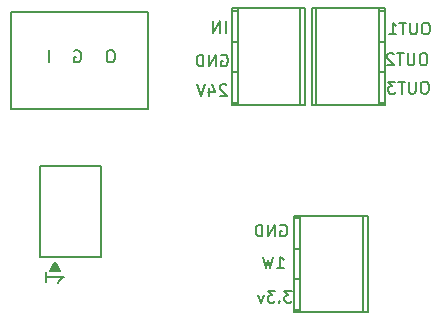
<source format=gbo>
G04 #@! TF.FileFunction,Legend,Bot*
%FSLAX46Y46*%
G04 Gerber Fmt 4.6, Leading zero omitted, Abs format (unit mm)*
G04 Created by KiCad (PCBNEW 4.0.7) date 12/08/17 11:15:19*
%MOMM*%
%LPD*%
G01*
G04 APERTURE LIST*
%ADD10C,0.100000*%
%ADD11C,0.150000*%
%ADD12C,0.198120*%
G04 APERTURE END LIST*
D10*
D11*
X29028571Y13147619D02*
X28409523Y13147619D01*
X28742857Y12766667D01*
X28599999Y12766667D01*
X28504761Y12719048D01*
X28457142Y12671429D01*
X28409523Y12576190D01*
X28409523Y12338095D01*
X28457142Y12242857D01*
X28504761Y12195238D01*
X28599999Y12147619D01*
X28885714Y12147619D01*
X28980952Y12195238D01*
X29028571Y12242857D01*
X27980952Y12242857D02*
X27933333Y12195238D01*
X27980952Y12147619D01*
X28028571Y12195238D01*
X27980952Y12242857D01*
X27980952Y12147619D01*
X27600000Y13147619D02*
X26980952Y13147619D01*
X27314286Y12766667D01*
X27171428Y12766667D01*
X27076190Y12719048D01*
X27028571Y12671429D01*
X26980952Y12576190D01*
X26980952Y12338095D01*
X27028571Y12242857D01*
X27076190Y12195238D01*
X27171428Y12147619D01*
X27457143Y12147619D01*
X27552381Y12195238D01*
X27600000Y12242857D01*
X26647619Y12814286D02*
X26409524Y12147619D01*
X26171428Y12814286D01*
X27785714Y15047619D02*
X28357143Y15047619D01*
X28071429Y15047619D02*
X28071429Y16047619D01*
X28166667Y15904762D01*
X28261905Y15809524D01*
X28357143Y15761905D01*
X27452381Y16047619D02*
X27214286Y15047619D01*
X27023809Y15761905D01*
X26833333Y15047619D01*
X26595238Y16047619D01*
X28061904Y18700000D02*
X28157142Y18747619D01*
X28299999Y18747619D01*
X28442857Y18700000D01*
X28538095Y18604762D01*
X28585714Y18509524D01*
X28633333Y18319048D01*
X28633333Y18176190D01*
X28585714Y17985714D01*
X28538095Y17890476D01*
X28442857Y17795238D01*
X28299999Y17747619D01*
X28204761Y17747619D01*
X28061904Y17795238D01*
X28014285Y17842857D01*
X28014285Y18176190D01*
X28204761Y18176190D01*
X27585714Y17747619D02*
X27585714Y18747619D01*
X27014285Y17747619D01*
X27014285Y18747619D01*
X26538095Y17747619D02*
X26538095Y18747619D01*
X26300000Y18747619D01*
X26157142Y18700000D01*
X26061904Y18604762D01*
X26014285Y18509524D01*
X25966666Y18319048D01*
X25966666Y18176190D01*
X26014285Y17985714D01*
X26061904Y17890476D01*
X26157142Y17795238D01*
X26300000Y17747619D01*
X26538095Y17747619D01*
X40376191Y30847619D02*
X40185714Y30847619D01*
X40090476Y30800000D01*
X39995238Y30704762D01*
X39947619Y30514286D01*
X39947619Y30180952D01*
X39995238Y29990476D01*
X40090476Y29895238D01*
X40185714Y29847619D01*
X40376191Y29847619D01*
X40471429Y29895238D01*
X40566667Y29990476D01*
X40614286Y30180952D01*
X40614286Y30514286D01*
X40566667Y30704762D01*
X40471429Y30800000D01*
X40376191Y30847619D01*
X39519048Y30847619D02*
X39519048Y30038095D01*
X39471429Y29942857D01*
X39423810Y29895238D01*
X39328572Y29847619D01*
X39138095Y29847619D01*
X39042857Y29895238D01*
X38995238Y29942857D01*
X38947619Y30038095D01*
X38947619Y30847619D01*
X38614286Y30847619D02*
X38042857Y30847619D01*
X38328572Y29847619D02*
X38328572Y30847619D01*
X37804762Y30847619D02*
X37185714Y30847619D01*
X37519048Y30466667D01*
X37376190Y30466667D01*
X37280952Y30419048D01*
X37233333Y30371429D01*
X37185714Y30276190D01*
X37185714Y30038095D01*
X37233333Y29942857D01*
X37280952Y29895238D01*
X37376190Y29847619D01*
X37661905Y29847619D01*
X37757143Y29895238D01*
X37804762Y29942857D01*
X40276191Y33247619D02*
X40085714Y33247619D01*
X39990476Y33200000D01*
X39895238Y33104762D01*
X39847619Y32914286D01*
X39847619Y32580952D01*
X39895238Y32390476D01*
X39990476Y32295238D01*
X40085714Y32247619D01*
X40276191Y32247619D01*
X40371429Y32295238D01*
X40466667Y32390476D01*
X40514286Y32580952D01*
X40514286Y32914286D01*
X40466667Y33104762D01*
X40371429Y33200000D01*
X40276191Y33247619D01*
X39419048Y33247619D02*
X39419048Y32438095D01*
X39371429Y32342857D01*
X39323810Y32295238D01*
X39228572Y32247619D01*
X39038095Y32247619D01*
X38942857Y32295238D01*
X38895238Y32342857D01*
X38847619Y32438095D01*
X38847619Y33247619D01*
X38514286Y33247619D02*
X37942857Y33247619D01*
X38228572Y32247619D02*
X38228572Y33247619D01*
X37657143Y33152381D02*
X37609524Y33200000D01*
X37514286Y33247619D01*
X37276190Y33247619D01*
X37180952Y33200000D01*
X37133333Y33152381D01*
X37085714Y33057143D01*
X37085714Y32961905D01*
X37133333Y32819048D01*
X37704762Y32247619D01*
X37085714Y32247619D01*
X40476191Y35847619D02*
X40285714Y35847619D01*
X40190476Y35800000D01*
X40095238Y35704762D01*
X40047619Y35514286D01*
X40047619Y35180952D01*
X40095238Y34990476D01*
X40190476Y34895238D01*
X40285714Y34847619D01*
X40476191Y34847619D01*
X40571429Y34895238D01*
X40666667Y34990476D01*
X40714286Y35180952D01*
X40714286Y35514286D01*
X40666667Y35704762D01*
X40571429Y35800000D01*
X40476191Y35847619D01*
X39619048Y35847619D02*
X39619048Y35038095D01*
X39571429Y34942857D01*
X39523810Y34895238D01*
X39428572Y34847619D01*
X39238095Y34847619D01*
X39142857Y34895238D01*
X39095238Y34942857D01*
X39047619Y35038095D01*
X39047619Y35847619D01*
X38714286Y35847619D02*
X38142857Y35847619D01*
X38428572Y34847619D02*
X38428572Y35847619D01*
X37285714Y34847619D02*
X37857143Y34847619D01*
X37571429Y34847619D02*
X37571429Y35847619D01*
X37666667Y35704762D01*
X37761905Y35609524D01*
X37857143Y35561905D01*
X23490476Y30552381D02*
X23442857Y30600000D01*
X23347619Y30647619D01*
X23109523Y30647619D01*
X23014285Y30600000D01*
X22966666Y30552381D01*
X22919047Y30457143D01*
X22919047Y30361905D01*
X22966666Y30219048D01*
X23538095Y29647619D01*
X22919047Y29647619D01*
X22061904Y30314286D02*
X22061904Y29647619D01*
X22300000Y30695238D02*
X22538095Y29980952D01*
X21919047Y29980952D01*
X21680952Y30647619D02*
X21347619Y29647619D01*
X21014285Y30647619D01*
X23061904Y33100000D02*
X23157142Y33147619D01*
X23299999Y33147619D01*
X23442857Y33100000D01*
X23538095Y33004762D01*
X23585714Y32909524D01*
X23633333Y32719048D01*
X23633333Y32576190D01*
X23585714Y32385714D01*
X23538095Y32290476D01*
X23442857Y32195238D01*
X23299999Y32147619D01*
X23204761Y32147619D01*
X23061904Y32195238D01*
X23014285Y32242857D01*
X23014285Y32576190D01*
X23204761Y32576190D01*
X22585714Y32147619D02*
X22585714Y33147619D01*
X22014285Y32147619D01*
X22014285Y33147619D01*
X21538095Y32147619D02*
X21538095Y33147619D01*
X21300000Y33147619D01*
X21157142Y33100000D01*
X21061904Y33004762D01*
X21014285Y32909524D01*
X20966666Y32719048D01*
X20966666Y32576190D01*
X21014285Y32385714D01*
X21061904Y32290476D01*
X21157142Y32195238D01*
X21300000Y32147619D01*
X21538095Y32147619D01*
X23423809Y34947619D02*
X23423809Y35947619D01*
X22947619Y34947619D02*
X22947619Y35947619D01*
X22376190Y34947619D01*
X22376190Y35947619D01*
D12*
X12894000Y15993000D02*
X12894000Y23673000D01*
X12894000Y23733000D02*
X7694000Y23733000D01*
X7694000Y23673000D02*
X7694000Y15993000D01*
X7694000Y15993000D02*
X12894000Y15993000D01*
X8184000Y14733000D02*
X8184000Y14293000D01*
X9244000Y13843000D02*
X9324000Y13973000D01*
X9324000Y13973000D02*
X9454000Y14133000D01*
X9454000Y14133000D02*
X9624000Y14273000D01*
X9624000Y14273000D02*
X9714000Y14303000D01*
X9714000Y14303000D02*
X8184000Y14303000D01*
X8184000Y14303000D02*
X8184000Y13863000D01*
X8894000Y15293000D02*
X9094000Y15293000D01*
X9094000Y15193000D02*
X8894000Y15193000D01*
X8794000Y15093000D02*
X9194000Y15093000D01*
X9194000Y14993000D02*
X8794000Y14993000D01*
X8694000Y14893000D02*
X9294000Y14893000D01*
X8994000Y15593000D02*
X8594000Y14793000D01*
X8594000Y14793000D02*
X9394000Y14793000D01*
X9394000Y14793000D02*
X8994000Y15593000D01*
D11*
X5290000Y28550000D02*
X5290000Y36750000D01*
X16890000Y28550000D02*
X5290000Y28550000D01*
X16890000Y36750000D02*
X16890000Y28550000D01*
X5290000Y36750000D02*
X16890000Y36750000D01*
X35448800Y19509560D02*
X35448800Y11310440D01*
X35050020Y19509560D02*
X35050020Y11310440D01*
X29749040Y19509560D02*
X29749040Y11310440D01*
X29251200Y11310440D02*
X29251200Y19509560D01*
X29749040Y16710480D02*
X29251200Y16710480D01*
X29251200Y11511100D02*
X29749040Y11511100D01*
X29749040Y19311440D02*
X29251200Y19311440D01*
X29251200Y14112060D02*
X29749040Y14112060D01*
X29251200Y19509560D02*
X35448800Y19509560D01*
X35448800Y11312980D02*
X29251200Y11312980D01*
X30701200Y28850440D02*
X30701200Y37049560D01*
X31099980Y28850440D02*
X31099980Y37049560D01*
X36400960Y28850440D02*
X36400960Y37049560D01*
X36898800Y37049560D02*
X36898800Y28850440D01*
X36400960Y31649520D02*
X36898800Y31649520D01*
X36898800Y36848900D02*
X36400960Y36848900D01*
X36400960Y29048560D02*
X36898800Y29048560D01*
X36898800Y34247940D02*
X36400960Y34247940D01*
X36898800Y28850440D02*
X30701200Y28850440D01*
X30701200Y37047020D02*
X36898800Y37047020D01*
X30148800Y37049560D02*
X30148800Y28850440D01*
X29750020Y37049560D02*
X29750020Y28850440D01*
X24449040Y37049560D02*
X24449040Y28850440D01*
X23951200Y28850440D02*
X23951200Y37049560D01*
X24449040Y34250480D02*
X23951200Y34250480D01*
X23951200Y29051100D02*
X24449040Y29051100D01*
X24449040Y36851440D02*
X23951200Y36851440D01*
X23951200Y31652060D02*
X24449040Y31652060D01*
X23951200Y37049560D02*
X30148800Y37049560D01*
X30148800Y28852980D02*
X23951200Y28852980D01*
X13785238Y33497619D02*
X13594761Y33497619D01*
X13499523Y33450000D01*
X13404285Y33354762D01*
X13356666Y33164286D01*
X13356666Y32830952D01*
X13404285Y32640476D01*
X13499523Y32545238D01*
X13594761Y32497619D01*
X13785238Y32497619D01*
X13880476Y32545238D01*
X13975714Y32640476D01*
X14023333Y32830952D01*
X14023333Y33164286D01*
X13975714Y33354762D01*
X13880476Y33450000D01*
X13785238Y33497619D01*
X10628095Y33450000D02*
X10723333Y33497619D01*
X10866190Y33497619D01*
X11009048Y33450000D01*
X11104286Y33354762D01*
X11151905Y33259524D01*
X11199524Y33069048D01*
X11199524Y32926190D01*
X11151905Y32735714D01*
X11104286Y32640476D01*
X11009048Y32545238D01*
X10866190Y32497619D01*
X10770952Y32497619D01*
X10628095Y32545238D01*
X10580476Y32592857D01*
X10580476Y32926190D01*
X10770952Y32926190D01*
X8490000Y32497619D02*
X8490000Y33497619D01*
M02*

</source>
